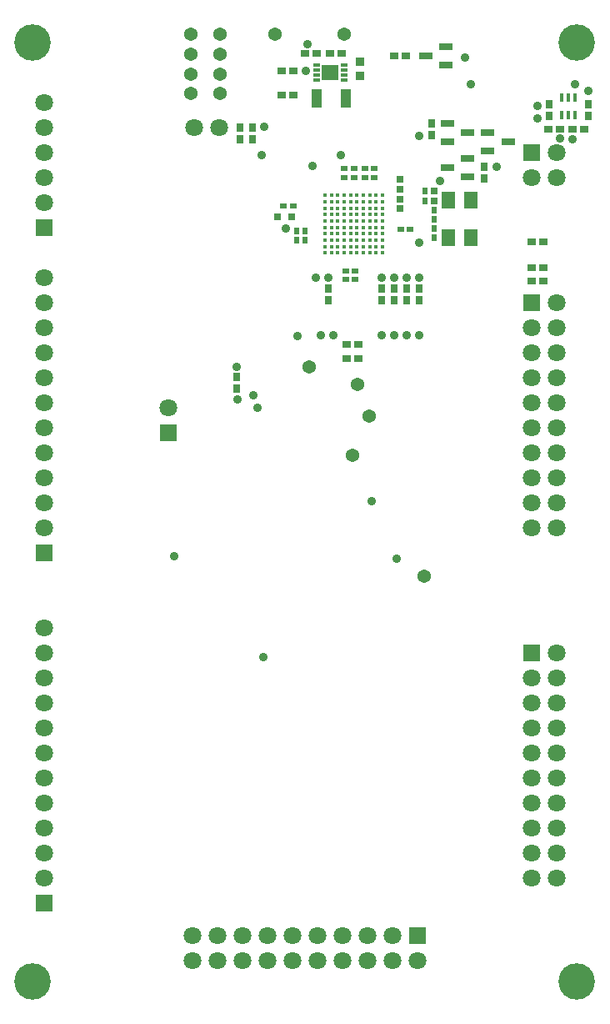
<source format=gbs>
%FSLAX43Y43*%
%MOMM*%
G71*
G01*
G75*
G04 Layer_Color=16711935*
%ADD10R,1.000X2.250*%
%ADD11R,0.800X0.650*%
%ADD12R,1.200X1.200*%
%ADD13R,1.200X1.200*%
%ADD14R,0.500X0.650*%
%ADD15R,0.700X0.700*%
%ADD16R,0.550X0.600*%
%ADD17R,0.650X0.800*%
%ADD18R,0.900X0.600*%
%ADD19R,0.600X0.900*%
%ADD20R,0.762X0.762*%
%ADD21R,0.950X1.750*%
%ADD22R,1.000X0.950*%
%ADD23R,1.600X1.300*%
%ADD24R,0.600X0.500*%
%ADD25R,1.100X1.000*%
%ADD26R,1.100X0.600*%
%ADD27R,0.254X1.524*%
%ADD28R,0.254X1.524*%
%ADD29R,1.524X0.254*%
%ADD30R,1.524X0.254*%
%ADD31R,1.524X0.254*%
%ADD32R,0.254X1.524*%
%ADD33R,1.524X0.254*%
%ADD34R,1.524X0.254*%
%ADD35R,0.254X1.524*%
%ADD36R,0.254X1.524*%
%ADD37R,0.254X1.524*%
%ADD38R,1.600X1.000*%
%ADD39R,2.500X3.000*%
%ADD40R,0.400X1.400*%
%ADD41R,2.300X1.900*%
%ADD42R,1.775X1.900*%
%ADD43C,0.125*%
%ADD44C,0.150*%
%ADD45C,0.175*%
%ADD46C,0.200*%
%ADD47C,0.180*%
%ADD48C,0.300*%
%ADD49R,0.900X0.300*%
%ADD50C,3.600*%
%ADD51R,1.700X1.700*%
%ADD52C,1.700*%
%ADD53R,1.700X1.700*%
%ADD54C,0.350*%
%ADD55C,0.380*%
%ADD56C,0.550*%
%ADD57C,0.500*%
G04:AMPARAMS|DCode=58|XSize=4.224mm|YSize=4.224mm|CornerRadius=0mm|HoleSize=0mm|Usage=FLASHONLY|Rotation=0.000|XOffset=0mm|YOffset=0mm|HoleType=Round|Shape=Relief|Width=0.254mm|Gap=0.254mm|Entries=4|*
%AMTHD58*
7,0,0,4.224,3.716,0.254,45*
%
%ADD58THD58*%
%ADD59C,1.400*%
G04:AMPARAMS|DCode=60|XSize=2.524mm|YSize=2.524mm|CornerRadius=0mm|HoleSize=0mm|Usage=FLASHONLY|Rotation=0.000|XOffset=0mm|YOffset=0mm|HoleType=Round|Shape=Relief|Width=0.254mm|Gap=0.254mm|Entries=4|*
%AMTHD60*
7,0,0,2.524,2.016,0.254,45*
%
%ADD60THD60*%
%ADD61C,0.650*%
%ADD62C,3.100*%
%ADD63C,0.800*%
%ADD64R,1.300X0.600*%
%ADD65C,1.270*%
%ADD66R,0.650X0.500*%
%ADD67R,0.762X0.762*%
%ADD68R,0.350X0.850*%
%ADD69C,0.280*%
%ADD70R,0.600X0.250*%
%ADD71R,1.600X1.500*%
%ADD72R,1.300X1.600*%
%ADD73C,0.254*%
%ADD74C,0.250*%
%ADD75C,0.100*%
%ADD76C,0.229*%
%ADD77C,0.112*%
%ADD78R,2.100X2.100*%
%ADD79R,2.100X2.100*%
%ADD80R,1.700X1.700*%
%ADD81R,0.900X0.510*%
%ADD82R,1.100X2.350*%
%ADD83R,0.900X0.750*%
%ADD84R,1.300X1.300*%
%ADD85R,1.300X1.300*%
%ADD86R,0.600X0.750*%
%ADD87R,0.800X0.800*%
%ADD88R,0.650X0.700*%
%ADD89R,0.750X0.900*%
%ADD90R,1.000X0.700*%
%ADD91R,0.700X1.000*%
%ADD92R,0.862X0.862*%
%ADD93R,1.050X1.850*%
%ADD94R,1.100X1.050*%
%ADD95R,1.700X1.400*%
%ADD96R,0.700X0.600*%
%ADD97R,1.200X1.100*%
%ADD98R,1.200X0.700*%
%ADD99R,0.406X1.676*%
%ADD100R,0.406X1.676*%
%ADD101R,1.676X0.406*%
%ADD102R,1.676X0.406*%
%ADD103R,1.676X0.406*%
%ADD104R,0.406X1.676*%
%ADD105R,1.676X0.406*%
%ADD106R,1.676X0.406*%
%ADD107R,0.406X1.676*%
%ADD108R,0.406X1.676*%
%ADD109R,0.406X1.676*%
%ADD110R,1.700X1.100*%
%ADD111R,2.600X3.100*%
%ADD112R,0.500X1.500*%
%ADD113R,2.400X2.000*%
%ADD114R,1.875X2.000*%
%ADD115C,3.700*%
%ADD116R,1.800X1.800*%
%ADD117C,1.800*%
%ADD118R,1.800X1.800*%
%ADD119C,0.900*%
%ADD120R,1.400X0.700*%
%ADD121C,1.370*%
%ADD122R,0.750X0.600*%
%ADD123R,0.862X0.862*%
%ADD124R,0.450X0.950*%
%ADD125R,0.700X0.350*%
%ADD126R,1.700X1.600*%
%ADD127R,1.400X1.700*%
D55*
X-22100Y-23700D02*
D03*
Y-23050D02*
D03*
Y-22400D02*
D03*
Y-21750D02*
D03*
Y-20450D02*
D03*
Y-19800D02*
D03*
Y-19150D02*
D03*
Y-21100D02*
D03*
X-22750D02*
D03*
X-23400D02*
D03*
X-24050D02*
D03*
X-24700D02*
D03*
X-25350D02*
D03*
X-26000D02*
D03*
X-26650D02*
D03*
X-27300D02*
D03*
X-27950D02*
D03*
X-22750Y-23700D02*
D03*
X-23400D02*
D03*
X-24050D02*
D03*
X-24700D02*
D03*
X-25350D02*
D03*
X-26000D02*
D03*
X-26650D02*
D03*
X-27300D02*
D03*
X-27950D02*
D03*
X-22750Y-23050D02*
D03*
X-23400D02*
D03*
X-24050D02*
D03*
X-24700D02*
D03*
X-25350D02*
D03*
X-26000D02*
D03*
X-26650D02*
D03*
X-27300D02*
D03*
X-27950D02*
D03*
X-22750Y-22400D02*
D03*
X-23400D02*
D03*
X-24050D02*
D03*
X-24700D02*
D03*
X-25350D02*
D03*
X-26000D02*
D03*
X-26650D02*
D03*
X-27300D02*
D03*
X-27950D02*
D03*
X-22750Y-21750D02*
D03*
X-23400D02*
D03*
X-24050D02*
D03*
X-24700D02*
D03*
X-25350D02*
D03*
X-26000D02*
D03*
X-26650D02*
D03*
X-27300D02*
D03*
X-27950D02*
D03*
X-22750Y-20450D02*
D03*
X-23400D02*
D03*
X-24050D02*
D03*
X-24700D02*
D03*
X-25350D02*
D03*
X-26000D02*
D03*
X-26650D02*
D03*
X-27300D02*
D03*
X-27950D02*
D03*
X-22750Y-19800D02*
D03*
X-23400D02*
D03*
X-24050D02*
D03*
X-24700D02*
D03*
X-25350D02*
D03*
X-26000D02*
D03*
X-26650D02*
D03*
X-27300D02*
D03*
X-27950D02*
D03*
X-22750Y-19150D02*
D03*
X-23400D02*
D03*
X-24050D02*
D03*
X-24700D02*
D03*
X-25350D02*
D03*
X-26000D02*
D03*
X-26650D02*
D03*
X-27300D02*
D03*
X-27950D02*
D03*
X-22100Y-18500D02*
D03*
X-22750D02*
D03*
X-23400D02*
D03*
X-24050D02*
D03*
X-24700D02*
D03*
X-25350D02*
D03*
X-26000D02*
D03*
X-26650D02*
D03*
X-27300D02*
D03*
X-27950D02*
D03*
X-22100Y-17850D02*
D03*
X-22750D02*
D03*
X-23400D02*
D03*
X-24050D02*
D03*
X-24700D02*
D03*
X-25350D02*
D03*
X-26000D02*
D03*
X-26650D02*
D03*
X-27300D02*
D03*
X-27950D02*
D03*
D83*
X-25750Y-34425D02*
D03*
X-24550D02*
D03*
X-25750Y-32950D02*
D03*
X-24550D02*
D03*
X-31190Y-5165D02*
D03*
X-32390D02*
D03*
X-30000Y-3400D02*
D03*
X-28800D02*
D03*
X-20925Y-3675D02*
D03*
X-19725D02*
D03*
X-32390Y-7665D02*
D03*
X-31190D02*
D03*
X-1600Y-11100D02*
D03*
X-2800D02*
D03*
X-4100D02*
D03*
X-5300D02*
D03*
X-7000Y-26500D02*
D03*
X-5800D02*
D03*
X-7000Y-25200D02*
D03*
X-5800D02*
D03*
X-7000Y-22600D02*
D03*
X-5800D02*
D03*
X-27475Y-3400D02*
D03*
X-26275D02*
D03*
D86*
X-16900Y-19325D02*
D03*
Y-20275D02*
D03*
X-17800Y-17425D02*
D03*
Y-18375D02*
D03*
X-30000Y-21425D02*
D03*
Y-22375D02*
D03*
X-30875Y-21425D02*
D03*
Y-22375D02*
D03*
X-16900Y-22175D02*
D03*
Y-21225D02*
D03*
D87*
X-32775Y-20000D02*
D03*
X-31375D02*
D03*
D88*
X-20300Y-19200D02*
D03*
Y-18200D02*
D03*
X-16900Y-17400D02*
D03*
Y-18400D02*
D03*
X-20300Y-16200D02*
D03*
Y-17200D02*
D03*
D89*
X-36600Y-10950D02*
D03*
Y-12150D02*
D03*
X-35325Y-12150D02*
D03*
Y-10950D02*
D03*
X-17100Y-11700D02*
D03*
Y-10500D02*
D03*
X-11800Y-16100D02*
D03*
Y-14900D02*
D03*
X-5200Y-8600D02*
D03*
Y-9800D02*
D03*
X-1200Y-9800D02*
D03*
Y-8600D02*
D03*
X-27575Y-27275D02*
D03*
Y-28475D02*
D03*
X-36950Y-36275D02*
D03*
Y-37475D02*
D03*
X-22175Y-27300D02*
D03*
Y-28500D02*
D03*
X-20900Y-27300D02*
D03*
Y-28500D02*
D03*
X-19625Y-27300D02*
D03*
Y-28500D02*
D03*
X-18350Y-27300D02*
D03*
Y-28500D02*
D03*
D93*
X-25875Y-7975D02*
D03*
X-28825D02*
D03*
D115*
X-57650Y-97650D02*
D03*
X-2350D02*
D03*
X-57650Y-2350D02*
D03*
X-2350D02*
D03*
D116*
X-18570Y-93030D02*
D03*
D117*
X-41430Y-95570D02*
D03*
X-31270Y-93030D02*
D03*
Y-95570D02*
D03*
X-33810D02*
D03*
Y-93030D02*
D03*
X-36350Y-95570D02*
D03*
Y-93030D02*
D03*
X-38890Y-95570D02*
D03*
Y-93030D02*
D03*
X-41430D02*
D03*
X-28730D02*
D03*
X-26190D02*
D03*
Y-95570D02*
D03*
X-23650Y-93030D02*
D03*
Y-95570D02*
D03*
X-21110Y-93030D02*
D03*
Y-95570D02*
D03*
X-18570D02*
D03*
X-28730D02*
D03*
X-4430Y-38890D02*
D03*
Y-28730D02*
D03*
Y-31270D02*
D03*
X-6970D02*
D03*
X-4430Y-33810D02*
D03*
X-6970D02*
D03*
X-4430Y-36350D02*
D03*
X-6970D02*
D03*
Y-38890D02*
D03*
Y-51590D02*
D03*
Y-49050D02*
D03*
X-4430D02*
D03*
X-6970Y-46510D02*
D03*
X-4430D02*
D03*
X-6970Y-43970D02*
D03*
X-4430D02*
D03*
Y-41430D02*
D03*
X-6970D02*
D03*
X-4430Y-51590D02*
D03*
X-56508Y-61750D02*
D03*
Y-64290D02*
D03*
Y-66830D02*
D03*
Y-69370D02*
D03*
Y-71910D02*
D03*
Y-74450D02*
D03*
Y-84610D02*
D03*
Y-87150D02*
D03*
Y-79530D02*
D03*
Y-76990D02*
D03*
Y-82070D02*
D03*
X-41270Y-10950D02*
D03*
X-38730D02*
D03*
X-4430Y-74450D02*
D03*
Y-64290D02*
D03*
Y-66830D02*
D03*
X-6970D02*
D03*
X-4430Y-69370D02*
D03*
X-6970D02*
D03*
X-4430Y-71910D02*
D03*
X-6970D02*
D03*
Y-74450D02*
D03*
Y-87150D02*
D03*
Y-84610D02*
D03*
X-4430D02*
D03*
X-6970Y-82070D02*
D03*
X-4430D02*
D03*
X-6970Y-79530D02*
D03*
X-4430D02*
D03*
Y-76990D02*
D03*
X-6970D02*
D03*
X-4430Y-87150D02*
D03*
Y-13490D02*
D03*
Y-16030D02*
D03*
X-6970D02*
D03*
X-56508Y-13490D02*
D03*
Y-8410D02*
D03*
Y-10950D02*
D03*
Y-18570D02*
D03*
Y-16030D02*
D03*
Y-26190D02*
D03*
Y-28730D02*
D03*
Y-31270D02*
D03*
Y-33810D02*
D03*
Y-36350D02*
D03*
Y-38890D02*
D03*
Y-49050D02*
D03*
Y-51590D02*
D03*
Y-43970D02*
D03*
Y-41430D02*
D03*
Y-46510D02*
D03*
X-43848Y-39410D02*
D03*
D118*
X-6970Y-28730D02*
D03*
X-56508Y-89690D02*
D03*
X-6970Y-64290D02*
D03*
Y-13490D02*
D03*
X-56508Y-21110D02*
D03*
Y-54130D02*
D03*
X-43848Y-41950D02*
D03*
D119*
X-2575Y-6550D02*
D03*
X-4100Y-12025D02*
D03*
X-10475Y-14900D02*
D03*
X-18351Y-22626D02*
D03*
X-20650Y-54700D02*
D03*
X-22175Y-32075D02*
D03*
X-20900D02*
D03*
X-19625D02*
D03*
X-18350D02*
D03*
X-13725Y-3875D02*
D03*
X-34400Y-13775D02*
D03*
X-2800Y-12150D02*
D03*
X-6350Y-10050D02*
D03*
Y-8750D02*
D03*
X-1200Y-7250D02*
D03*
X-22175Y-26200D02*
D03*
X-20900Y-26200D02*
D03*
X-19625D02*
D03*
X-27575Y-26175D02*
D03*
X-18350Y-26200D02*
D03*
X-28850Y-26175D02*
D03*
X-30725Y-32125D02*
D03*
X-23200Y-48900D02*
D03*
X-34800Y-39375D02*
D03*
X-35200Y-38100D02*
D03*
X-28400Y-32075D02*
D03*
X-27125D02*
D03*
X-36950Y-35250D02*
D03*
X-26350Y-13750D02*
D03*
X-31925Y-21225D02*
D03*
X-34150Y-10875D02*
D03*
X-29925Y-5175D02*
D03*
X-18375Y-11800D02*
D03*
X-16237Y-16337D02*
D03*
X-13175Y-6550D02*
D03*
X-34225Y-64725D02*
D03*
X-43275Y-54450D02*
D03*
X-29725Y-2475D02*
D03*
X-29200Y-14850D02*
D03*
X-36825Y-38584D02*
D03*
D120*
X-13450Y-11450D02*
D03*
X-15550Y-10500D02*
D03*
Y-12400D02*
D03*
Y-15000D02*
D03*
X-13450Y-15950D02*
D03*
Y-14050D02*
D03*
X-17744Y-3700D02*
D03*
X-15644Y-4650D02*
D03*
Y-2750D02*
D03*
X-9350Y-12400D02*
D03*
X-11450Y-11450D02*
D03*
Y-13350D02*
D03*
D121*
X-38600Y-7500D02*
D03*
Y-3500D02*
D03*
X-41600Y-7500D02*
D03*
X-38600Y-5500D02*
D03*
X-41600D02*
D03*
Y-3500D02*
D03*
X-38600Y-1500D02*
D03*
X-41600D02*
D03*
X-25200Y-44250D02*
D03*
X-17900Y-56525D02*
D03*
X-26000Y-1500D02*
D03*
X-33000D02*
D03*
X-29525Y-35250D02*
D03*
X-24650Y-37075D02*
D03*
X-23498Y-40225D02*
D03*
D122*
X-31200Y-18900D02*
D03*
X-32150D02*
D03*
X-25025Y-15100D02*
D03*
X-25975D02*
D03*
X-25025Y-16000D02*
D03*
X-25975D02*
D03*
X-23875Y-15100D02*
D03*
X-22925D02*
D03*
X-23875Y-16000D02*
D03*
X-22925D02*
D03*
X-20275Y-21300D02*
D03*
X-19325D02*
D03*
X-25850Y-25500D02*
D03*
X-24900D02*
D03*
X-25850Y-26400D02*
D03*
X-24900D02*
D03*
D123*
X-24425Y-5699D02*
D03*
Y-4301D02*
D03*
D124*
X-3875Y-9725D02*
D03*
X-3225D02*
D03*
X-2575D02*
D03*
Y-7875D02*
D03*
X-3225D02*
D03*
X-3875D02*
D03*
D125*
X-28825Y-4650D02*
D03*
Y-5150D02*
D03*
Y-6150D02*
D03*
Y-5650D02*
D03*
X-26025D02*
D03*
Y-6150D02*
D03*
Y-5150D02*
D03*
Y-4650D02*
D03*
D126*
X-27425Y-5400D02*
D03*
D127*
X-15400Y-22150D02*
D03*
Y-18350D02*
D03*
X-13100D02*
D03*
Y-22150D02*
D03*
M02*

</source>
